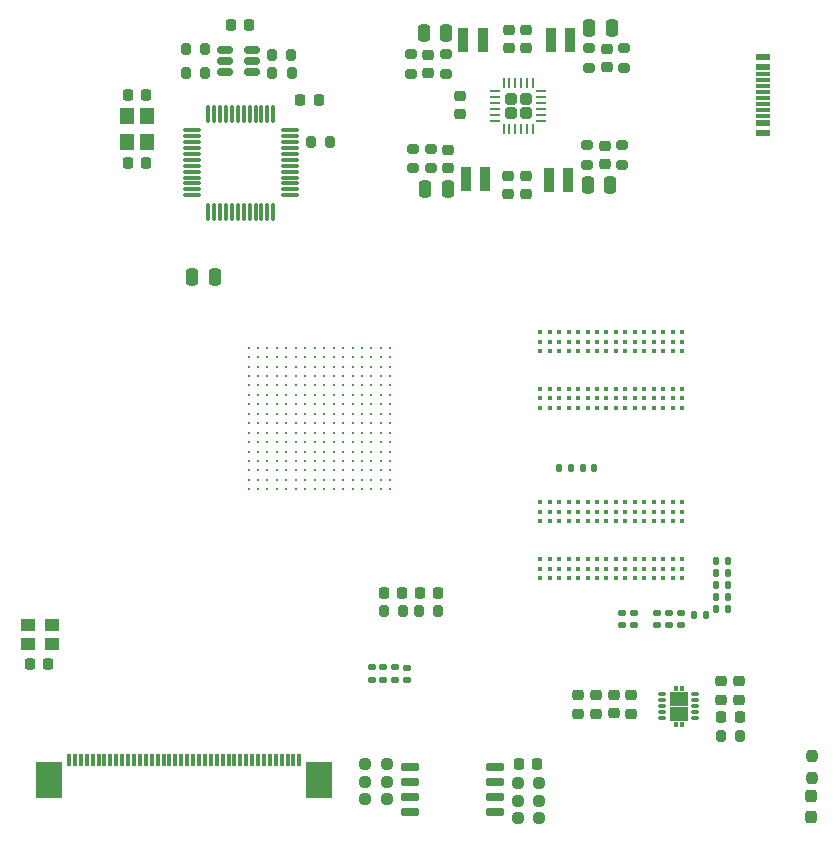
<source format=gbr>
%TF.GenerationSoftware,KiCad,Pcbnew,8.0.6*%
%TF.CreationDate,2025-01-06T00:07:23+08:00*%
%TF.ProjectId,ECP5_DEV_BOARD,45435035-5f44-4455-965f-424f4152442e,rev?*%
%TF.SameCoordinates,Original*%
%TF.FileFunction,Paste,Top*%
%TF.FilePolarity,Positive*%
%FSLAX46Y46*%
G04 Gerber Fmt 4.6, Leading zero omitted, Abs format (unit mm)*
G04 Created by KiCad (PCBNEW 8.0.6) date 2025-01-06 00:07:23*
%MOMM*%
%LPD*%
G01*
G04 APERTURE LIST*
G04 Aperture macros list*
%AMRoundRect*
0 Rectangle with rounded corners*
0 $1 Rounding radius*
0 $2 $3 $4 $5 $6 $7 $8 $9 X,Y pos of 4 corners*
0 Add a 4 corners polygon primitive as box body*
4,1,4,$2,$3,$4,$5,$6,$7,$8,$9,$2,$3,0*
0 Add four circle primitives for the rounded corners*
1,1,$1+$1,$2,$3*
1,1,$1+$1,$4,$5*
1,1,$1+$1,$6,$7*
1,1,$1+$1,$8,$9*
0 Add four rect primitives between the rounded corners*
20,1,$1+$1,$2,$3,$4,$5,0*
20,1,$1+$1,$4,$5,$6,$7,0*
20,1,$1+$1,$6,$7,$8,$9,0*
20,1,$1+$1,$8,$9,$2,$3,0*%
G04 Aperture macros list end*
%ADD10C,0.010000*%
%ADD11RoundRect,0.237500X-0.250000X-0.237500X0.250000X-0.237500X0.250000X0.237500X-0.250000X0.237500X0*%
%ADD12RoundRect,0.250000X-0.250000X-0.475000X0.250000X-0.475000X0.250000X0.475000X-0.250000X0.475000X0*%
%ADD13RoundRect,0.225000X0.250000X-0.225000X0.250000X0.225000X-0.250000X0.225000X-0.250000X-0.225000X0*%
%ADD14RoundRect,0.225000X-0.250000X0.225000X-0.250000X-0.225000X0.250000X-0.225000X0.250000X0.225000X0*%
%ADD15R,0.850000X2.000000*%
%ADD16RoundRect,0.200000X0.275000X-0.200000X0.275000X0.200000X-0.275000X0.200000X-0.275000X-0.200000X0*%
%ADD17RoundRect,0.135000X-0.135000X-0.185000X0.135000X-0.185000X0.135000X0.185000X-0.135000X0.185000X0*%
%ADD18RoundRect,0.200000X-0.275000X0.200000X-0.275000X-0.200000X0.275000X-0.200000X0.275000X0.200000X0*%
%ADD19RoundRect,0.225000X-0.225000X-0.250000X0.225000X-0.250000X0.225000X0.250000X-0.225000X0.250000X0*%
%ADD20RoundRect,0.237500X0.250000X0.237500X-0.250000X0.237500X-0.250000X-0.237500X0.250000X-0.237500X0*%
%ADD21RoundRect,0.075000X-0.662500X-0.075000X0.662500X-0.075000X0.662500X0.075000X-0.662500X0.075000X0*%
%ADD22RoundRect,0.075000X-0.075000X-0.662500X0.075000X-0.662500X0.075000X0.662500X-0.075000X0.662500X0*%
%ADD23RoundRect,0.200000X0.200000X0.275000X-0.200000X0.275000X-0.200000X-0.275000X0.200000X-0.275000X0*%
%ADD24RoundRect,0.237500X0.237500X-0.287500X0.237500X0.287500X-0.237500X0.287500X-0.237500X-0.287500X0*%
%ADD25C,0.400000*%
%ADD26RoundRect,0.135000X-0.185000X0.135000X-0.185000X-0.135000X0.185000X-0.135000X0.185000X0.135000X0*%
%ADD27C,0.320000*%
%ADD28RoundRect,0.135000X0.135000X0.185000X-0.135000X0.185000X-0.135000X-0.185000X0.135000X-0.185000X0*%
%ADD29RoundRect,0.218750X-0.218750X-0.256250X0.218750X-0.256250X0.218750X0.256250X-0.218750X0.256250X0*%
%ADD30RoundRect,0.225000X0.225000X0.250000X-0.225000X0.250000X-0.225000X-0.250000X0.225000X-0.250000X0*%
%ADD31R,1.240000X0.600000*%
%ADD32R,1.240000X0.300000*%
%ADD33RoundRect,0.200000X-0.200000X-0.275000X0.200000X-0.275000X0.200000X0.275000X-0.200000X0.275000X0*%
%ADD34RoundRect,0.250000X-0.255000X-0.255000X0.255000X-0.255000X0.255000X0.255000X-0.255000X0.255000X0*%
%ADD35RoundRect,0.062500X-0.375000X-0.062500X0.375000X-0.062500X0.375000X0.062500X-0.375000X0.062500X0*%
%ADD36RoundRect,0.062500X-0.062500X-0.375000X0.062500X-0.375000X0.062500X0.375000X-0.062500X0.375000X0*%
%ADD37RoundRect,0.150000X-0.650000X-0.150000X0.650000X-0.150000X0.650000X0.150000X-0.650000X0.150000X0*%
%ADD38R,0.300000X1.100000*%
%ADD39R,2.300000X3.100000*%
%ADD40RoundRect,0.150000X-0.512500X-0.150000X0.512500X-0.150000X0.512500X0.150000X-0.512500X0.150000X0*%
%ADD41RoundRect,0.140000X0.140000X0.170000X-0.140000X0.170000X-0.140000X-0.170000X0.140000X-0.170000X0*%
%ADD42R,1.300000X1.100000*%
%ADD43RoundRect,0.237500X0.237500X-0.250000X0.237500X0.250000X-0.237500X0.250000X-0.237500X-0.250000X0*%
%ADD44R,1.200000X1.400000*%
%ADD45RoundRect,0.140000X-0.140000X-0.170000X0.140000X-0.170000X0.140000X0.170000X-0.140000X0.170000X0*%
%ADD46RoundRect,0.030000X-0.270000X-0.090000X0.270000X-0.090000X0.270000X0.090000X-0.270000X0.090000X0*%
G04 APERTURE END LIST*
D10*
%TO.C,U9*%
X148450000Y-127150000D02*
X146950000Y-127150000D01*
X146950000Y-126090000D01*
X148450000Y-126090000D01*
X148450000Y-127150000D01*
G36*
X148450000Y-127150000D02*
G01*
X146950000Y-127150000D01*
X146950000Y-126090000D01*
X148450000Y-126090000D01*
X148450000Y-127150000D01*
G37*
X148450000Y-128410000D02*
X146950000Y-128410000D01*
X146950000Y-127350000D01*
X148450000Y-127350000D01*
X148450000Y-128410000D01*
G36*
X148450000Y-128410000D02*
G01*
X146950000Y-128410000D01*
X146950000Y-127350000D01*
X148450000Y-127350000D01*
X148450000Y-128410000D01*
G37*
X147575000Y-125890000D02*
X147325000Y-125890000D01*
X147325000Y-125550000D01*
X147575000Y-125550000D01*
X147575000Y-125890000D01*
G36*
X147575000Y-125890000D02*
G01*
X147325000Y-125890000D01*
X147325000Y-125550000D01*
X147575000Y-125550000D01*
X147575000Y-125890000D01*
G37*
X147575000Y-128950000D02*
X147325000Y-128950000D01*
X147325000Y-128610000D01*
X147575000Y-128610000D01*
X147575000Y-128950000D01*
G36*
X147575000Y-128950000D02*
G01*
X147325000Y-128950000D01*
X147325000Y-128610000D01*
X147575000Y-128610000D01*
X147575000Y-128950000D01*
G37*
X148075000Y-125890000D02*
X147825000Y-125890000D01*
X147825000Y-125550000D01*
X148075000Y-125550000D01*
X148075000Y-125890000D01*
G36*
X148075000Y-125890000D02*
G01*
X147825000Y-125890000D01*
X147825000Y-125550000D01*
X148075000Y-125550000D01*
X148075000Y-125890000D01*
G37*
X148075000Y-128950000D02*
X147825000Y-128950000D01*
X147825000Y-128610000D01*
X148075000Y-128610000D01*
X148075000Y-128950000D01*
G36*
X148075000Y-128950000D02*
G01*
X147825000Y-128950000D01*
X147825000Y-128610000D01*
X148075000Y-128610000D01*
X148075000Y-128950000D01*
G37*
%TD*%
D11*
%TO.C,R47*%
X134097500Y-136747500D03*
X135922500Y-136747500D03*
%TD*%
D12*
%TO.C,C26*%
X126112500Y-70275000D03*
X128012500Y-70275000D03*
%TD*%
D13*
%TO.C,C22*%
X141450000Y-81375000D03*
X141450000Y-79825000D03*
%TD*%
D14*
%TO.C,C24*%
X141612500Y-71600000D03*
X141612500Y-73150000D03*
%TD*%
%TO.C,C30*%
X133312500Y-70000000D03*
X133312500Y-71550000D03*
%TD*%
D15*
%TO.C,L2*%
X129687500Y-82600000D03*
X131337500Y-82600000D03*
%TD*%
D16*
%TO.C,R40*%
X143112500Y-73200000D03*
X143112500Y-71550000D03*
%TD*%
D17*
%TO.C,R14*%
X150890000Y-119000000D03*
X151910000Y-119000000D03*
%TD*%
D18*
%TO.C,R41*%
X128012500Y-72050000D03*
X128012500Y-73700000D03*
%TD*%
D14*
%TO.C,C21*%
X142200000Y-126325000D03*
X142200000Y-127875000D03*
%TD*%
D19*
%TO.C,C3*%
X122750000Y-117700000D03*
X124300000Y-117700000D03*
%TD*%
D20*
%TO.C,R48*%
X123022500Y-135147500D03*
X121197500Y-135147500D03*
%TD*%
D21*
%TO.C,U11*%
X106475000Y-78500001D03*
X106475000Y-79000001D03*
X106475000Y-79500001D03*
X106475000Y-80000002D03*
X106475000Y-80500001D03*
X106475000Y-81000001D03*
X106475000Y-81500001D03*
X106475000Y-82000001D03*
X106475000Y-82500000D03*
X106475000Y-83000001D03*
X106475000Y-83500001D03*
X106475000Y-84000001D03*
D22*
X107887500Y-85412501D03*
X108387500Y-85412501D03*
X108887500Y-85412501D03*
X109387501Y-85412501D03*
X109887500Y-85412501D03*
X110387500Y-85412501D03*
X110887500Y-85412501D03*
X111387500Y-85412501D03*
X111887499Y-85412501D03*
X112387500Y-85412501D03*
X112887500Y-85412501D03*
X113387500Y-85412501D03*
D21*
X114800000Y-84000001D03*
X114800000Y-83500001D03*
X114800000Y-83000001D03*
X114800000Y-82500000D03*
X114800000Y-82000001D03*
X114800000Y-81500001D03*
X114800000Y-81000001D03*
X114800000Y-80500001D03*
X114800000Y-80000002D03*
X114800000Y-79500001D03*
X114800000Y-79000001D03*
X114800000Y-78500001D03*
D22*
X113387500Y-77087501D03*
X112887500Y-77087501D03*
X112387500Y-77087501D03*
X111887499Y-77087501D03*
X111387500Y-77087501D03*
X110887500Y-77087501D03*
X110387500Y-77087501D03*
X109887500Y-77087501D03*
X109387501Y-77087501D03*
X108887500Y-77087501D03*
X108387500Y-77087501D03*
X107887500Y-77087501D03*
%TD*%
D13*
%TO.C,C33*%
X133300000Y-83900000D03*
X133300000Y-82350000D03*
%TD*%
D23*
%TO.C,R60*%
X118225000Y-79500000D03*
X116575000Y-79500000D03*
%TD*%
D14*
%TO.C,C43*%
X151300000Y-125150000D03*
X151300000Y-126700000D03*
%TD*%
D24*
%TO.C,D1*%
X158935000Y-136650000D03*
X158935000Y-134900000D03*
%TD*%
D16*
%TO.C,R42*%
X125012500Y-73700000D03*
X125012500Y-72050000D03*
%TD*%
D12*
%TO.C,C44*%
X106550000Y-90900000D03*
X108450000Y-90900000D03*
%TD*%
D25*
%TO.C,U1*%
X136000000Y-102000000D03*
X136000000Y-101200000D03*
X136000000Y-100400000D03*
X136000000Y-97200000D03*
X136000000Y-96400000D03*
X136000000Y-95600000D03*
X136800000Y-102000000D03*
X136800000Y-101200000D03*
X136800000Y-100400000D03*
X136800000Y-97200000D03*
X136800000Y-96400000D03*
X136800000Y-95600000D03*
X137600000Y-102000000D03*
X137600000Y-101200000D03*
X137600000Y-100400000D03*
X137600000Y-97200000D03*
X137600000Y-96400000D03*
X137600000Y-95600000D03*
X138400000Y-102000000D03*
X138400000Y-101200000D03*
X138400000Y-100400000D03*
X138400000Y-97200000D03*
X138400000Y-96400000D03*
X138400000Y-95600000D03*
X139200000Y-102000000D03*
X139200000Y-101200000D03*
X139200000Y-100400000D03*
X139200000Y-97200000D03*
X139200000Y-96400000D03*
X139200000Y-95600000D03*
X140000000Y-102000000D03*
X140000000Y-101200000D03*
X140000000Y-100400000D03*
X140000000Y-97200000D03*
X140000000Y-96400000D03*
X140000000Y-95600000D03*
X140800000Y-102000000D03*
X140800000Y-101200000D03*
X140800000Y-100400000D03*
X140800000Y-97200000D03*
X140800000Y-96400000D03*
X140800000Y-95600000D03*
X141600000Y-102000000D03*
X141600000Y-101200000D03*
X141600000Y-100400000D03*
X141600000Y-97200000D03*
X141600000Y-96400000D03*
X141600000Y-95600000D03*
X142400000Y-102000000D03*
X142400000Y-101200000D03*
X142400000Y-100400000D03*
X142400000Y-97200000D03*
X142400000Y-96400000D03*
X142400000Y-95600000D03*
X143200000Y-102000000D03*
X143200000Y-101200000D03*
X143200000Y-100400000D03*
X143200000Y-97200000D03*
X143200000Y-96400000D03*
X143200000Y-95600000D03*
X144000000Y-102000000D03*
X144000000Y-101200000D03*
X144000000Y-100400000D03*
X144000000Y-97200000D03*
X144000000Y-96400000D03*
X144000000Y-95600000D03*
X144800000Y-102000000D03*
X144800000Y-101200000D03*
X144800000Y-100400000D03*
X144800000Y-97200000D03*
X144800000Y-96400000D03*
X144800000Y-95600000D03*
X145600000Y-102000000D03*
X145600000Y-101200000D03*
X145600000Y-100400000D03*
X145600000Y-97200000D03*
X145600000Y-96400000D03*
X145600000Y-95600000D03*
X146400000Y-102000000D03*
X146400000Y-101200000D03*
X146400000Y-100400000D03*
X146400000Y-97200000D03*
X146400000Y-96400000D03*
X146400000Y-95600000D03*
X147200000Y-102000000D03*
X147200000Y-101200000D03*
X147200000Y-100400000D03*
X147200000Y-97200000D03*
X147200000Y-96400000D03*
X147200000Y-95600000D03*
X148000000Y-102000000D03*
X148000000Y-101200000D03*
X148000000Y-100400000D03*
X148000000Y-97200000D03*
X148000000Y-96400000D03*
X148000000Y-95600000D03*
%TD*%
D26*
%TO.C,R43*%
X122690000Y-123980000D03*
X122690000Y-125000000D03*
%TD*%
D19*
%TO.C,C4*%
X125775000Y-117700000D03*
X127325000Y-117700000D03*
%TD*%
D23*
%TO.C,R65*%
X107625000Y-73650000D03*
X105975000Y-73650000D03*
%TD*%
D17*
%TO.C,R22*%
X150890000Y-115000000D03*
X151910000Y-115000000D03*
%TD*%
D11*
%TO.C,R51*%
X134097500Y-135247500D03*
X135922500Y-135247500D03*
%TD*%
D14*
%TO.C,C31*%
X134812500Y-70000000D03*
X134812500Y-71550000D03*
%TD*%
D27*
%TO.C,U3*%
X111300000Y-96900000D03*
X112100000Y-96900000D03*
X112900000Y-96900000D03*
X113700000Y-96900000D03*
X114500000Y-96900000D03*
X115300000Y-96900000D03*
X116100000Y-96900000D03*
X116900000Y-96900000D03*
X117700000Y-96900000D03*
X118500000Y-96900000D03*
X119300000Y-96900000D03*
X120100000Y-96900000D03*
X120900000Y-96900000D03*
X121700000Y-96900000D03*
X122500000Y-96900000D03*
X123300000Y-96900000D03*
X111300000Y-97700000D03*
X112100000Y-97700000D03*
X112900000Y-97700000D03*
X113700000Y-97700000D03*
X114500000Y-97700000D03*
X115300000Y-97700000D03*
X116100000Y-97700000D03*
X116900000Y-97700000D03*
X117700000Y-97700000D03*
X118500000Y-97700000D03*
X119300000Y-97700000D03*
X120100000Y-97700000D03*
X120900000Y-97700000D03*
X121700000Y-97700000D03*
X122500000Y-97700000D03*
X123300000Y-97700000D03*
X111300000Y-98500000D03*
X112100000Y-98500000D03*
X112900000Y-98500000D03*
X113700000Y-98500000D03*
X114500000Y-98500000D03*
X115300000Y-98500000D03*
X116100000Y-98500000D03*
X116900000Y-98500000D03*
X117700000Y-98500000D03*
X118500000Y-98500000D03*
X119300000Y-98500000D03*
X120100000Y-98500000D03*
X120900000Y-98500000D03*
X121700000Y-98500000D03*
X122500000Y-98500000D03*
X123300000Y-98500000D03*
X111300000Y-99300000D03*
X112100000Y-99300000D03*
X112900000Y-99300000D03*
X113700000Y-99300000D03*
X114500000Y-99300000D03*
X115300000Y-99300000D03*
X116100000Y-99300000D03*
X116900000Y-99300000D03*
X117700000Y-99300000D03*
X118500000Y-99300000D03*
X119300000Y-99300000D03*
X120100000Y-99300000D03*
X120900000Y-99300000D03*
X121700000Y-99300000D03*
X122500000Y-99300000D03*
X123300000Y-99300000D03*
X111300000Y-100100000D03*
X112100000Y-100100000D03*
X112900000Y-100100000D03*
X113700000Y-100100000D03*
X114500000Y-100100000D03*
X115300000Y-100100000D03*
X116100000Y-100100000D03*
X116900000Y-100100000D03*
X117700000Y-100100000D03*
X118500000Y-100100000D03*
X119300000Y-100100000D03*
X120100000Y-100100000D03*
X120900000Y-100100000D03*
X121700000Y-100100000D03*
X122500000Y-100100000D03*
X123300000Y-100100000D03*
X111300000Y-100900000D03*
X112100000Y-100900000D03*
X112900000Y-100900000D03*
X113700000Y-100900000D03*
X114500000Y-100900000D03*
X115300000Y-100900000D03*
X116100000Y-100900000D03*
X116900000Y-100900000D03*
X117700000Y-100900000D03*
X118500000Y-100900000D03*
X119300000Y-100900000D03*
X120100000Y-100900000D03*
X120900000Y-100900000D03*
X121700000Y-100900000D03*
X122500000Y-100900000D03*
X123300000Y-100900000D03*
X111300000Y-101700000D03*
X112100000Y-101700000D03*
X112900000Y-101700000D03*
X113700000Y-101700000D03*
X114500000Y-101700000D03*
X115300000Y-101700000D03*
X116100000Y-101700000D03*
X116900000Y-101700000D03*
X117700000Y-101700000D03*
X118500000Y-101700000D03*
X119300000Y-101700000D03*
X120100000Y-101700000D03*
X120900000Y-101700000D03*
X121700000Y-101700000D03*
X122500000Y-101700000D03*
X123300000Y-101700000D03*
X111300000Y-102500000D03*
X112100000Y-102500000D03*
X112900000Y-102500000D03*
X113700000Y-102500000D03*
X114500000Y-102500000D03*
X115300000Y-102500000D03*
X116100000Y-102500000D03*
X116900000Y-102500000D03*
X117700000Y-102500000D03*
X118500000Y-102500000D03*
X119300000Y-102500000D03*
X120100000Y-102500000D03*
X120900000Y-102500000D03*
X121700000Y-102500000D03*
X122500000Y-102500000D03*
X123300000Y-102500000D03*
X111300000Y-103300000D03*
X112100000Y-103300000D03*
X112900000Y-103300000D03*
X113700000Y-103300000D03*
X114500000Y-103300000D03*
X115300000Y-103300000D03*
X116100000Y-103300000D03*
X116900000Y-103300000D03*
X117700000Y-103300000D03*
X118500000Y-103300000D03*
X119300000Y-103300000D03*
X120100000Y-103300000D03*
X120900000Y-103300000D03*
X121700000Y-103300000D03*
X122500000Y-103300000D03*
X123300000Y-103300000D03*
X111300000Y-104100000D03*
X112100000Y-104100000D03*
X112900000Y-104100000D03*
X113700000Y-104100000D03*
X114500000Y-104100000D03*
X115300000Y-104100000D03*
X116100000Y-104100000D03*
X116900000Y-104100000D03*
X117700000Y-104100000D03*
X118500000Y-104100000D03*
X119300000Y-104100000D03*
X120100000Y-104100000D03*
X120900000Y-104100000D03*
X121700000Y-104100000D03*
X122500000Y-104100000D03*
X123300000Y-104100000D03*
X111300000Y-104900000D03*
X112100000Y-104900000D03*
X112900000Y-104900000D03*
X113700000Y-104900000D03*
X114500000Y-104900000D03*
X115300000Y-104900000D03*
X116100000Y-104900000D03*
X116900000Y-104900000D03*
X117700000Y-104900000D03*
X118500000Y-104900000D03*
X119300000Y-104900000D03*
X120100000Y-104900000D03*
X120900000Y-104900000D03*
X121700000Y-104900000D03*
X122500000Y-104900000D03*
X123300000Y-104900000D03*
X111300000Y-105700000D03*
X112100000Y-105700000D03*
X112900000Y-105700000D03*
X113700000Y-105700000D03*
X114500000Y-105700000D03*
X115300000Y-105700000D03*
X116100000Y-105700000D03*
X116900000Y-105700000D03*
X117700000Y-105700000D03*
X118500000Y-105700000D03*
X119300000Y-105700000D03*
X120100000Y-105700000D03*
X120900000Y-105700000D03*
X121700000Y-105700000D03*
X122500000Y-105700000D03*
X123300000Y-105700000D03*
X111300000Y-106500000D03*
X112100000Y-106500000D03*
X112900000Y-106500000D03*
X113700000Y-106500000D03*
X114500000Y-106500000D03*
X115300000Y-106500000D03*
X116100000Y-106500000D03*
X116900000Y-106500000D03*
X117700000Y-106500000D03*
X118500000Y-106500000D03*
X119300000Y-106500000D03*
X120100000Y-106500000D03*
X120900000Y-106500000D03*
X121700000Y-106500000D03*
X122500000Y-106500000D03*
X123300000Y-106500000D03*
X111300000Y-107300000D03*
X112100000Y-107300000D03*
X112900000Y-107300000D03*
X113700000Y-107300000D03*
X114500000Y-107300000D03*
X115300000Y-107300000D03*
X116100000Y-107300000D03*
X116900000Y-107300000D03*
X117700000Y-107300000D03*
X118500000Y-107300000D03*
X119300000Y-107300000D03*
X120100000Y-107300000D03*
X120900000Y-107300000D03*
X121700000Y-107300000D03*
X122500000Y-107300000D03*
X123300000Y-107300000D03*
X111300000Y-108100000D03*
X112100000Y-108100000D03*
X112900000Y-108100000D03*
X113700000Y-108100000D03*
X114500000Y-108100000D03*
X115300000Y-108100000D03*
X116100000Y-108100000D03*
X116900000Y-108100000D03*
X117700000Y-108100000D03*
X118500000Y-108100000D03*
X119300000Y-108100000D03*
X120100000Y-108100000D03*
X120900000Y-108100000D03*
X121700000Y-108100000D03*
X122500000Y-108100000D03*
X123300000Y-108100000D03*
X111300000Y-108900000D03*
X112100000Y-108900000D03*
X112900000Y-108900000D03*
X113700000Y-108900000D03*
X114500000Y-108900000D03*
X115300000Y-108900000D03*
X116100000Y-108900000D03*
X116900000Y-108900000D03*
X117700000Y-108900000D03*
X118500000Y-108900000D03*
X119300000Y-108900000D03*
X120100000Y-108900000D03*
X120900000Y-108900000D03*
X121700000Y-108900000D03*
X122500000Y-108900000D03*
X123300000Y-108900000D03*
%TD*%
D26*
%TO.C,R10*%
X146900000Y-119400000D03*
X146900000Y-120420000D03*
%TD*%
D15*
%TO.C,L1*%
X138375000Y-82700000D03*
X136725000Y-82700000D03*
%TD*%
D28*
%TO.C,R34*%
X150010000Y-119500000D03*
X148990000Y-119500000D03*
%TD*%
D11*
%TO.C,R52*%
X134097500Y-133747500D03*
X135922500Y-133747500D03*
%TD*%
D26*
%TO.C,R23*%
X145900000Y-119400000D03*
X145900000Y-120420000D03*
%TD*%
D29*
%TO.C,D2*%
X151312500Y-128200000D03*
X152887500Y-128200000D03*
%TD*%
D16*
%TO.C,R37*%
X139950000Y-81425000D03*
X139950000Y-79775000D03*
%TD*%
D12*
%TO.C,C27*%
X140162500Y-69875000D03*
X142062500Y-69875000D03*
%TD*%
D30*
%TO.C,C52*%
X102625000Y-81300000D03*
X101075000Y-81300000D03*
%TD*%
D12*
%TO.C,C29*%
X126262500Y-83500000D03*
X128162500Y-83500000D03*
%TD*%
D31*
%TO.C,J1*%
X154875000Y-78700000D03*
X154875000Y-77900000D03*
D32*
X154875000Y-76750000D03*
X154875000Y-75750000D03*
X154875000Y-75250000D03*
X154875000Y-74250000D03*
D31*
X154875000Y-73100000D03*
X154875000Y-72300000D03*
X154875000Y-72300000D03*
X154875000Y-73100000D03*
D32*
X154875000Y-73750000D03*
X154875000Y-74750000D03*
X154875000Y-76250000D03*
X154875000Y-77250000D03*
D31*
X154875000Y-77900000D03*
X154875000Y-78700000D03*
%TD*%
D20*
%TO.C,R50*%
X123022500Y-132147500D03*
X121197500Y-132147500D03*
%TD*%
D33*
%TO.C,R66*%
X113275000Y-72150000D03*
X114925000Y-72150000D03*
%TD*%
D17*
%TO.C,R16*%
X150890000Y-118000000D03*
X151910000Y-118000000D03*
%TD*%
D13*
%TO.C,C37*%
X134800000Y-83900000D03*
X134800000Y-82350000D03*
%TD*%
D30*
%TO.C,C61*%
X111375000Y-69600000D03*
X109825000Y-69600000D03*
%TD*%
D34*
%TO.C,U4*%
X133512500Y-75825000D03*
X133512500Y-77075000D03*
X134762500Y-75825000D03*
X134762500Y-77075000D03*
D35*
X132200000Y-75200000D03*
X132200000Y-75700000D03*
X132200000Y-76200000D03*
X132200000Y-76700000D03*
X132200000Y-77200000D03*
X132200000Y-77700000D03*
D36*
X132887500Y-78387500D03*
X133387500Y-78387500D03*
X133887500Y-78387500D03*
X134387500Y-78387500D03*
X134887500Y-78387500D03*
X135387500Y-78387500D03*
D35*
X136075000Y-77700000D03*
X136075000Y-77200000D03*
X136075000Y-76700000D03*
X136075000Y-76200000D03*
X136075000Y-75700000D03*
X136075000Y-75200000D03*
D36*
X135387500Y-74512500D03*
X134887500Y-74512500D03*
X134387500Y-74512500D03*
X133887500Y-74512500D03*
X133387500Y-74512500D03*
X132887500Y-74512500D03*
%TD*%
D20*
%TO.C,R49*%
X123022500Y-133647500D03*
X121197500Y-133647500D03*
%TD*%
D18*
%TO.C,R35*%
X126712500Y-80075000D03*
X126712500Y-81725000D03*
%TD*%
D26*
%TO.C,R25*%
X124690000Y-123990000D03*
X124690000Y-125010000D03*
%TD*%
%TO.C,R29*%
X143900000Y-119380000D03*
X143900000Y-120400000D03*
%TD*%
%TO.C,R45*%
X121710000Y-123980000D03*
X121710000Y-125000000D03*
%TD*%
D14*
%TO.C,C47*%
X139200000Y-126335000D03*
X139200000Y-127885000D03*
%TD*%
D26*
%TO.C,R12*%
X147900000Y-119400000D03*
X147900000Y-120420000D03*
%TD*%
D14*
%TO.C,C42*%
X152810000Y-125150000D03*
X152810000Y-126700000D03*
%TD*%
D17*
%TO.C,R20*%
X150890000Y-117000000D03*
X151910000Y-117000000D03*
%TD*%
D33*
%TO.C,R67*%
X113300000Y-73650000D03*
X114950000Y-73650000D03*
%TD*%
D37*
%TO.C,U5*%
X125000000Y-132430000D03*
X125000000Y-133700000D03*
X125000000Y-134970000D03*
X125000000Y-136240000D03*
X132200000Y-136240000D03*
X132200000Y-134970000D03*
X132200000Y-133700000D03*
X132200000Y-132430000D03*
%TD*%
D38*
%TO.C,J5*%
X96100000Y-131800000D03*
X96600000Y-131800000D03*
X97100000Y-131800000D03*
X97600000Y-131800000D03*
X98100000Y-131800000D03*
X98600000Y-131800000D03*
X99100000Y-131800000D03*
X99600000Y-131800000D03*
X100100000Y-131800000D03*
X100600000Y-131800000D03*
X101100000Y-131800000D03*
X101600000Y-131800000D03*
X102100000Y-131800000D03*
X102600000Y-131800000D03*
X103100000Y-131800000D03*
X103600000Y-131800000D03*
X104100000Y-131800000D03*
X104600000Y-131800000D03*
X105100000Y-131800000D03*
X105600000Y-131800000D03*
X106100000Y-131800000D03*
X106600000Y-131800000D03*
X107100000Y-131800000D03*
X107600000Y-131800000D03*
X108100000Y-131800000D03*
X108600000Y-131800000D03*
X109100000Y-131800000D03*
X109600000Y-131800000D03*
X110100000Y-131800000D03*
X110600000Y-131800000D03*
X111100000Y-131800000D03*
X111600000Y-131800000D03*
X112100000Y-131800000D03*
X112600000Y-131800000D03*
X113100000Y-131800000D03*
X113600000Y-131800000D03*
X114100000Y-131800000D03*
X114600000Y-131800000D03*
X115100000Y-131800000D03*
X115600000Y-131800000D03*
D39*
X94430000Y-133500000D03*
X117270000Y-133500000D03*
%TD*%
D40*
%TO.C,U15*%
X109300000Y-71700000D03*
X109300000Y-72650000D03*
X109300000Y-73600000D03*
X111575000Y-73600000D03*
X111575000Y-72650000D03*
X111575000Y-71700000D03*
%TD*%
D33*
%TO.C,R6*%
X125725000Y-119200000D03*
X127375000Y-119200000D03*
%TD*%
D41*
%TO.C,C10*%
X140580000Y-107100000D03*
X139620000Y-107100000D03*
%TD*%
D33*
%TO.C,R5*%
X122725000Y-119200000D03*
X124375000Y-119200000D03*
%TD*%
D13*
%TO.C,C32*%
X129212500Y-77150000D03*
X129212500Y-75600000D03*
%TD*%
D19*
%TO.C,C34*%
X92807500Y-123662500D03*
X94357500Y-123662500D03*
%TD*%
D17*
%TO.C,R19*%
X150890000Y-116000000D03*
X151910000Y-116000000D03*
%TD*%
D42*
%TO.C,X1*%
X92592500Y-121992500D03*
X94692500Y-121992500D03*
X94692500Y-120342500D03*
X92592500Y-120342500D03*
%TD*%
D15*
%TO.C,L3*%
X131137500Y-70875000D03*
X129487500Y-70875000D03*
%TD*%
D19*
%TO.C,C53*%
X101100000Y-75500000D03*
X102650000Y-75500000D03*
%TD*%
D14*
%TO.C,C19*%
X143700000Y-126335000D03*
X143700000Y-127885000D03*
%TD*%
D43*
%TO.C,R46*%
X159000000Y-133312500D03*
X159000000Y-131487500D03*
%TD*%
D14*
%TO.C,C25*%
X126512500Y-72100000D03*
X126512500Y-73650000D03*
%TD*%
D18*
%TO.C,R39*%
X140112500Y-71550000D03*
X140112500Y-73200000D03*
%TD*%
D44*
%TO.C,Y1*%
X101000000Y-77300000D03*
X101000000Y-79500000D03*
X102700000Y-79500000D03*
X102700000Y-77300000D03*
%TD*%
D18*
%TO.C,R38*%
X142950000Y-79775000D03*
X142950000Y-81425000D03*
%TD*%
D16*
%TO.C,R36*%
X125212500Y-81725000D03*
X125212500Y-80075000D03*
%TD*%
D14*
%TO.C,C41*%
X140700000Y-126335000D03*
X140700000Y-127885000D03*
%TD*%
D23*
%TO.C,R32*%
X152925000Y-129750000D03*
X151275000Y-129750000D03*
%TD*%
D25*
%TO.C,U2*%
X136000000Y-116400000D03*
X136000000Y-115600000D03*
X136000000Y-114800000D03*
X136000000Y-111600000D03*
X136000000Y-110800000D03*
X136000000Y-110000000D03*
X136800000Y-116400000D03*
X136800000Y-115600000D03*
X136800000Y-114800000D03*
X136800000Y-111600000D03*
X136800000Y-110800000D03*
X136800000Y-110000000D03*
X137600000Y-116400000D03*
X137600000Y-115600000D03*
X137600000Y-114800000D03*
X137600000Y-111600000D03*
X137600000Y-110800000D03*
X137600000Y-110000000D03*
X138400000Y-116400000D03*
X138400000Y-115600000D03*
X138400000Y-114800000D03*
X138400000Y-111600000D03*
X138400000Y-110800000D03*
X138400000Y-110000000D03*
X139200000Y-116400000D03*
X139200000Y-115600000D03*
X139200000Y-114800000D03*
X139200000Y-111600000D03*
X139200000Y-110800000D03*
X139200000Y-110000000D03*
X140000000Y-116400000D03*
X140000000Y-115600000D03*
X140000000Y-114800000D03*
X140000000Y-111600000D03*
X140000000Y-110800000D03*
X140000000Y-110000000D03*
X140800000Y-116400000D03*
X140800000Y-115600000D03*
X140800000Y-114800000D03*
X140800000Y-111600000D03*
X140800000Y-110800000D03*
X140800000Y-110000000D03*
X141600000Y-116400000D03*
X141600000Y-115600000D03*
X141600000Y-114800000D03*
X141600000Y-111600000D03*
X141600000Y-110800000D03*
X141600000Y-110000000D03*
X142400000Y-116400000D03*
X142400000Y-115600000D03*
X142400000Y-114800000D03*
X142400000Y-111600000D03*
X142400000Y-110800000D03*
X142400000Y-110000000D03*
X143200000Y-116400000D03*
X143200000Y-115600000D03*
X143200000Y-114800000D03*
X143200000Y-111600000D03*
X143200000Y-110800000D03*
X143200000Y-110000000D03*
X144000000Y-116400000D03*
X144000000Y-115600000D03*
X144000000Y-114800000D03*
X144000000Y-111600000D03*
X144000000Y-110800000D03*
X144000000Y-110000000D03*
X144800000Y-116400000D03*
X144800000Y-115600000D03*
X144800000Y-114800000D03*
X144800000Y-111600000D03*
X144800000Y-110800000D03*
X144800000Y-110000000D03*
X145600000Y-116400000D03*
X145600000Y-115600000D03*
X145600000Y-114800000D03*
X145600000Y-111600000D03*
X145600000Y-110800000D03*
X145600000Y-110000000D03*
X146400000Y-116400000D03*
X146400000Y-115600000D03*
X146400000Y-114800000D03*
X146400000Y-111600000D03*
X146400000Y-110800000D03*
X146400000Y-110000000D03*
X147200000Y-116400000D03*
X147200000Y-115600000D03*
X147200000Y-114800000D03*
X147200000Y-111600000D03*
X147200000Y-110800000D03*
X147200000Y-110000000D03*
X148000000Y-116400000D03*
X148000000Y-115600000D03*
X148000000Y-114800000D03*
X148000000Y-111600000D03*
X148000000Y-110800000D03*
X148000000Y-110000000D03*
%TD*%
D12*
%TO.C,C28*%
X140000000Y-83100000D03*
X141900000Y-83100000D03*
%TD*%
D15*
%TO.C,L4*%
X136887500Y-70875000D03*
X138537500Y-70875000D03*
%TD*%
D45*
%TO.C,C11*%
X137620000Y-107100000D03*
X138580000Y-107100000D03*
%TD*%
D14*
%TO.C,C23*%
X128212500Y-80125000D03*
X128212500Y-81675000D03*
%TD*%
D26*
%TO.C,R44*%
X123700000Y-123980000D03*
X123700000Y-125000000D03*
%TD*%
D33*
%TO.C,R64*%
X105975000Y-71650000D03*
X107625000Y-71650000D03*
%TD*%
D30*
%TO.C,C35*%
X135725000Y-132150000D03*
X134175000Y-132150000D03*
%TD*%
D26*
%TO.C,R30*%
X142900000Y-119390000D03*
X142900000Y-120410000D03*
%TD*%
D46*
%TO.C,U9*%
X146300000Y-126250000D03*
X146300000Y-126750000D03*
X146300000Y-127250000D03*
X146300000Y-127750000D03*
X146300000Y-128250000D03*
X149100000Y-128250000D03*
X149100000Y-127750000D03*
X149100000Y-127250000D03*
X149100000Y-126750000D03*
X149100000Y-126250000D03*
%TD*%
D19*
%TO.C,C54*%
X115675000Y-75950000D03*
X117225000Y-75950000D03*
%TD*%
M02*

</source>
